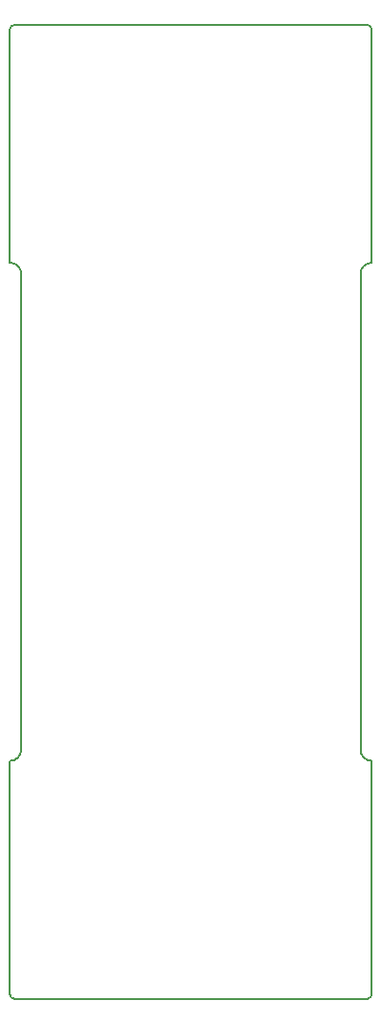
<source format=gm1>
G04 #@! TF.GenerationSoftware,KiCad,Pcbnew,(5.1.9)-1*
G04 #@! TF.CreationDate,2023-01-31T21:02:21+01:00*
G04 #@! TF.ProjectId,Base,42617365-2e6b-4696-9361-645f70636258,rev?*
G04 #@! TF.SameCoordinates,PXd59f80PYd59f80*
G04 #@! TF.FileFunction,Profile,NP*
%FSLAX46Y46*%
G04 Gerber Fmt 4.6, Leading zero omitted, Abs format (unit mm)*
G04 Created by KiCad (PCBNEW (5.1.9)-1) date 2023-01-31 21:02:21*
%MOMM*%
%LPD*%
G01*
G04 APERTURE LIST*
G04 #@! TA.AperFunction,Profile*
%ADD10C,0.150000*%
G04 #@! TD*
G04 APERTURE END LIST*
D10*
X1000000Y-22000000D02*
X1000000Y-64000000D01*
X0Y-400000D02*
X0Y-21000000D01*
X1000000Y-64000000D02*
G75*
G02*
X0Y-65000000I-1000000J0D01*
G01*
X0Y-21000000D02*
G75*
G02*
X1000000Y-22000000I0J-1000000D01*
G01*
X31000000Y-22000000D02*
X31000000Y-64000000D01*
X32000000Y-65000000D02*
X32000000Y-85600000D01*
X31000000Y-22000000D02*
G75*
G02*
X32000000Y-21000000I1000000J0D01*
G01*
X32000000Y-65000000D02*
G75*
G02*
X31000000Y-64000000I0J1000000D01*
G01*
X32000000Y-85600000D02*
G75*
G02*
X31600000Y-86000000I-400000J0D01*
G01*
X400000Y-86000000D02*
X31600000Y-86000000D01*
X400000Y-86000000D02*
G75*
G02*
X0Y-85600000I0J400000D01*
G01*
X32000000Y-400000D02*
X32000000Y-21000000D01*
X31600000Y0D02*
G75*
G02*
X32000000Y-400000I0J-400000D01*
G01*
X0Y-400000D02*
G75*
G02*
X400000Y0I400000J0D01*
G01*
X400000Y0D02*
X31600000Y0D01*
X0Y-65000000D02*
X0Y-85600000D01*
M02*

</source>
